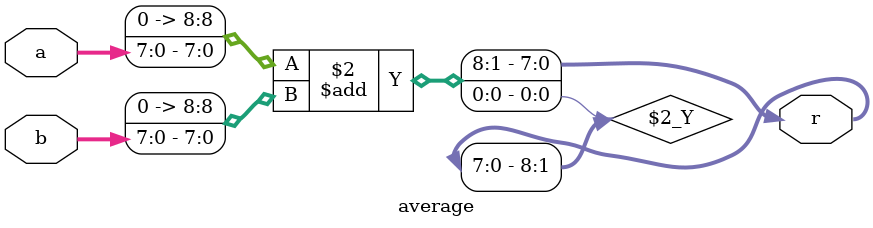
<source format=v>
module LCD_CTRL(clk, reset, cmd, cmd_valid, IROM_Q, IROM_rd, IROM_A, IRAM_valid, IRAM_D, IRAM_A, busy, done);
input clk;
input reset;
input [3:0] cmd;
input cmd_valid;
input [7:0] IROM_Q;
output IROM_rd;
output [5:0] IROM_A;
output IRAM_valid;
output [7:0] IRAM_D;
output [5:0] IRAM_A;
output busy;
output done;


reg [1:0] cur_state;
reg [1:0] next_state;

parameter
LOAD_DATA=2'd0,
WAIT_CMD=2'd1,
PROCESS=2'd2,
WRITE_DONE=2'd3;

// Data process and control signal
reg IROM_rd; //IROM read enable
reg [5:0] IROM_A; //IROM address
reg [7:0] data_buff [0:63]; // buf all data
reg busy;
reg [3:0] cmd_reg;        // cmd temp
reg [2:0] row;	// 紀錄origin position Y軸
reg [2:0] col;	// 紀錄origin position X軸
reg [5:0] output_counter; //use to count the output data number
reg IRAM_valid;
reg [7:0] IRAM_D; //IRAM data
reg [5:0] IRAM_A; //IRAM address
reg done;

wire [7:0] max_1,max_2,max_3,min_1,min_2,min_3,ave_1,ave_2,ave_3;


//cmd
parameter
Write=4'd0,
Shift_Up=4'd1,
Shift_Down=4'd2,
Shift_Left=4'd3,
Shift_Right=4'd4,
Max=4'd5,
Min=4'd6,
Average=4'd7,
Counterclockwise_Rotation=4'd8,
Clockwise_Rotation=4'd9,
Mirror_X=4'd10,
Mirror_Y=4'd11;


//next state logic
always@(*)
begin
	case(cur_state)
	LOAD_DATA:
	begin
		if(IROM_A==6'd63)
			next_state=WAIT_CMD;
		else
			next_state=LOAD_DATA;
	end
	WAIT_CMD: 
	begin
		if(cmd_valid)
			next_state=PROCESS;
		else
			next_state=WAIT_CMD;
	end
	PROCESS: 
	begin
		if(cmd_reg == Write)
		begin
			if(output_counter == 6'd63)
				next_state=WRITE_DONE;
			else
				next_state=PROCESS;
		end
		else
			next_state=WAIT_CMD;
	end
	WRITE_DONE:
		next_state=WAIT_CMD;
	endcase
end

//Data process and control signal  (state register)
always@( posedge clk or posedge reset ) 
begin  
    if (reset) 
	  begin
		cur_state<=LOAD_DATA;
		IROM_rd<=1'd1;
		IROM_A<=6'd0;
		busy<=1'd1;
		cmd_reg<=Write;
		row<=3'd4;	//origin=(4,4)
    col<=3'd4;
		output_counter<=6'd0;
		IRAM_valid<=1'd0;
		IRAM_D<=8'd0;
		IRAM_A<=6'd0;	
		done<=1'd0;
    end
    else 
	  begin
		  cur_state<=next_state;
		  
		  case(cur_state)
		    LOAD_DATA:
		    begin
		      
		      IROM_rd<=1'b1;
		      IROM_A<=IROM_A+6'd1;
		      data_buff[IROM_A]<=IROM_Q;
		    
		    end
		    
		    WAIT_CMD:
		    begin
		      
		      IROM_rd<=1'd0;
		      IRAM_valid<=1'd0;
			    done<=1'd0;
		      if(cmd_valid)
		      begin
		        cmd_reg<=cmd;
		        busy<=1'b1;
		      end
		      else
		       begin
		         busy<=1'b0;
		       end
		      
		    end
		    
		    PROCESS:
		    begin
		      
		      case(cmd_reg)
		        Write:
		        begin
		          output_counter<=output_counter + 6'd1;
		          IRAM_valid<=1'd1;
		          IRAM_D<=data_buff[output_counter];
				      IRAM_A<=output_counter;  
		        end
		        
		        Shift_Up:
		        begin
		          if(row<=1)
		            row<=row;
		          else
		            row<=row-3'd1;
		        end
		        Shift_Down:
		        begin
		          if(row>=7)
		            row<=row;
		          else
		            row<=row+3'd1;
		        end
		        Shift_Left:
		        begin
		          if(col<=1)
		            col<=col;
		          else
		            col<=col-3'd1;
		        end
		        Shift_Right:
		        begin
		          if(col>=7)
		            col<=col;
		          else
		            col<=col+3'd1;
		        end
		        
		        Max:
		        begin
		          data_buff[{row,col}-9]<=max_3;
					    data_buff[{row,col}-8]<=max_3;
					    data_buff[{row,col}-1]<=max_3;
					    data_buff[{row,col}]<=max_3;
		        end
		        
		        Min:
		        begin
		          data_buff[{row,col}-9]<=min_3;
					    data_buff[{row,col}-8]<=min_3;
					    data_buff[{row,col}-1]<=min_3;
					    data_buff[{row,col}]<=min_3;
		        end
		        
		        Average:
		        begin
		          data_buff[{row,col}-9]<=ave_3;
					    data_buff[{row,col}-8]<=ave_3;
					    data_buff[{row,col}-1]<=ave_3;
					    data_buff[{row,col}]<=ave_3;
		        end
		        
		        Counterclockwise_Rotation:
		        begin
				      data_buff[{row,col}-9]<=data_buff[{row,col}-8];
				      data_buff[{row,col}-8]<=data_buff[{row,col}];
				      data_buff[{row,col}]<=data_buff[{row,col}-1];
				      data_buff[{row,col}-1]<=data_buff[{row,col}-9];
			      end
			      
			      Clockwise_Rotation:
			      begin
			        data_buff[{row,col}-9]<=data_buff[{row,col}-1];
				      data_buff[{row,col}-1]<=data_buff[{row,col}];
				      data_buff[{row,col}]<=data_buff[{row,col}-8];
				      data_buff[{row,col}-8]<=data_buff[{row,col}-9];
			      end
			      
			      Mirror_X:
			      begin
			        data_buff[{row,col}-9]<=data_buff[{row,col}-1];
				      data_buff[{row,col}-8]<=data_buff[{row,col}];
				      data_buff[{row,col}-1]<=data_buff[{row,col}-9];
				      data_buff[{row,col}]<=data_buff[{row,col}-8];
			      end
			      Mirror_Y:
			      begin
			        data_buff[{row,col}-9]<=data_buff[{row,col}-8];
				      data_buff[{row,col}-8]<=data_buff[{row,col}-9];
				      data_buff[{row,col}-1]<=data_buff[{row,col}];
				      data_buff[{row,col}]<=data_buff[{row,col}-1];
			      end
			      
			    endcase
			  end
			  WRITE_DONE:
			  begin
			    done<=1'b1;
			  end
			endcase
		    
		end
end

compare max1_1 (data_buff[{row,col}-9],data_buff[{row,col}-8],1,max_1);
compare max1_2 (data_buff[{row,col}-1],data_buff[{row,col}],1,max_2);
compare max2 (max_1,max_2,1,max_3);
compare min1_1 (data_buff[{row,col}-9],data_buff[{row,col}-8],0,min_1);
compare min1_2 (data_buff[{row,col}-1],data_buff[{row,col}],0,min_2);
compare min2 (min_1,min_2,0,min_3);
average ave1_1 (data_buff[{row,col}-9],data_buff[{row,col}-8],ave_1);
average ave1_2 (data_buff[{row,col}-1],data_buff[{row,col}],ave_2);
average ave2 (ave_1,ave_2,ave_3);

endmodule

module compare(a,b,sel,re);
input [7:0] a,b;
input sel;
output[7:0] re;
reg[7:0] re;

always@(*)
begin
  if(sel)//max
  begin
    if(a>b)
      re<=a;
    else
      re<=b;
  end
  else//min
  begin
    if(a<b)
      re<=a;
    else
      re<=b;
  end
end

endmodule

module average(a,b,r);
input [7:0] a,b;
output [7:0] r;
reg [7:0] r;

always@(*)
  r<=( {1'b0,a}+{1'b0,b} )>>1;

endmodule



</source>
